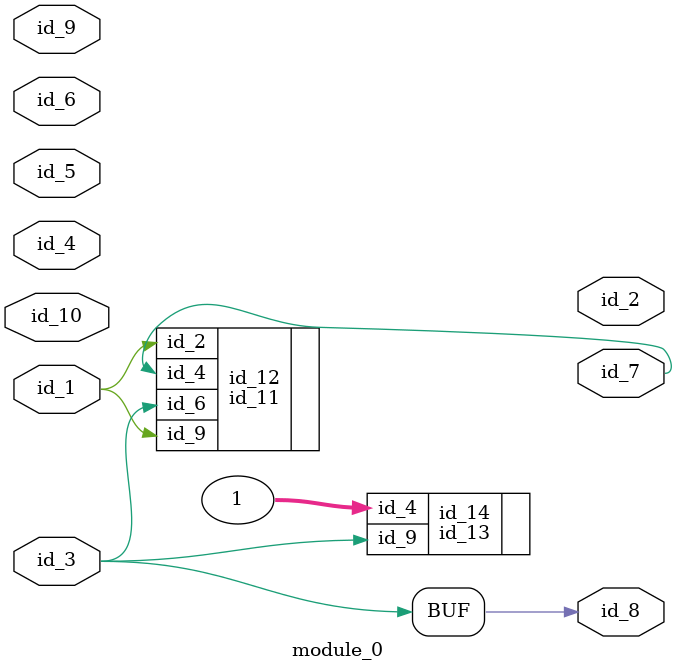
<source format=v>
module module_0 (
    id_1,
    id_2,
    id_3,
    id_4,
    id_5,
    id_6,
    id_7,
    id_8,
    id_9,
    id_10
);
  input id_10;
  input id_9;
  output id_8;
  output id_7;
  input id_6;
  input id_5;
  input id_4;
  input id_3;
  output id_2;
  input id_1;
  assign id_8 = id_3;
  id_11 id_12 (
      .id_6(id_8),
      .id_4(id_7),
      .id_2(id_1),
      .id_9(id_1)
  );
  id_13 id_14 (
      .id_4(1),
      .id_9(id_3)
  );
endmodule

</source>
